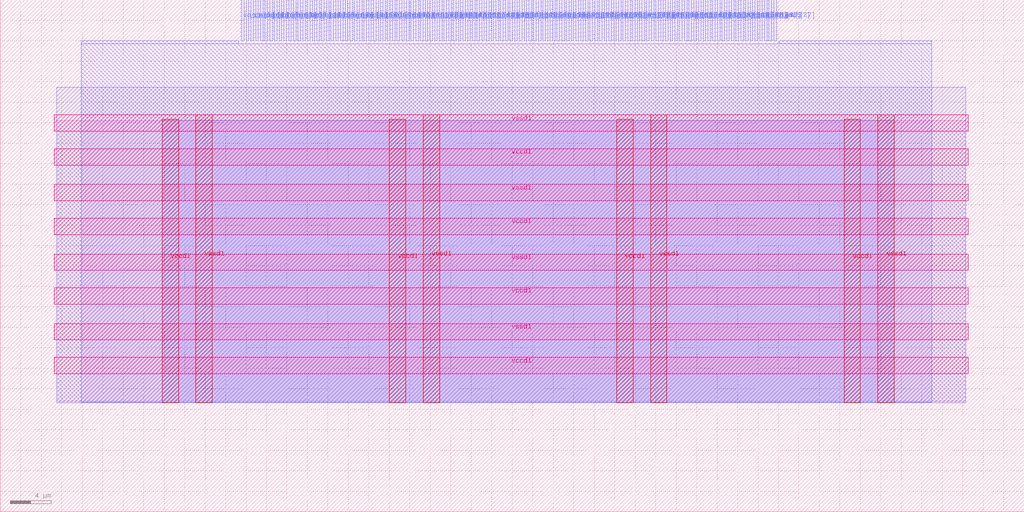
<source format=lef>
VERSION 5.7 ;
  NOWIREEXTENSIONATPIN ON ;
  DIVIDERCHAR "/" ;
  BUSBITCHARS "[]" ;
MACRO spi_wrapper
  CLASS BLOCK ;
  FOREIGN spi_wrapper ;
  ORIGIN 0.000 0.000 ;
  SIZE 100.000 BY 50.000 ;
  PIN io_in[0]
    DIRECTION INPUT ;
    USE SIGNAL ;
    PORT
      LAYER met2 ;
        RECT 23.550 46.000 23.830 50.000 ;
    END
  END io_in[0]
  PIN io_in[10]
    DIRECTION INPUT ;
    USE SIGNAL ;
    PORT
      LAYER met2 ;
        RECT 37.350 46.000 37.630 50.000 ;
    END
  END io_in[10]
  PIN io_in[11]
    DIRECTION INPUT ;
    USE SIGNAL ;
    PORT
      LAYER met2 ;
        RECT 38.730 46.000 39.010 50.000 ;
    END
  END io_in[11]
  PIN io_in[12]
    DIRECTION INPUT ;
    USE SIGNAL ;
    PORT
      LAYER met2 ;
        RECT 40.110 46.000 40.390 50.000 ;
    END
  END io_in[12]
  PIN io_in[13]
    DIRECTION INPUT ;
    USE SIGNAL ;
    PORT
      LAYER met2 ;
        RECT 41.490 46.000 41.770 50.000 ;
    END
  END io_in[13]
  PIN io_in[14]
    DIRECTION INPUT ;
    USE SIGNAL ;
    PORT
      LAYER met2 ;
        RECT 42.870 46.000 43.150 50.000 ;
    END
  END io_in[14]
  PIN io_in[15]
    DIRECTION INPUT ;
    USE SIGNAL ;
    PORT
      LAYER met2 ;
        RECT 44.250 46.000 44.530 50.000 ;
    END
  END io_in[15]
  PIN io_in[16]
    DIRECTION INPUT ;
    USE SIGNAL ;
    PORT
      LAYER met2 ;
        RECT 45.630 46.000 45.910 50.000 ;
    END
  END io_in[16]
  PIN io_in[17]
    DIRECTION INPUT ;
    USE SIGNAL ;
    PORT
      LAYER met2 ;
        RECT 47.010 46.000 47.290 50.000 ;
    END
  END io_in[17]
  PIN io_in[18]
    DIRECTION INPUT ;
    USE SIGNAL ;
    PORT
      LAYER met2 ;
        RECT 48.390 46.000 48.670 50.000 ;
    END
  END io_in[18]
  PIN io_in[19]
    DIRECTION INPUT ;
    USE SIGNAL ;
    PORT
      LAYER met2 ;
        RECT 49.770 46.000 50.050 50.000 ;
    END
  END io_in[19]
  PIN io_in[1]
    DIRECTION INPUT ;
    USE SIGNAL ;
    PORT
      LAYER met2 ;
        RECT 24.930 46.000 25.210 50.000 ;
    END
  END io_in[1]
  PIN io_in[20]
    DIRECTION INPUT ;
    USE SIGNAL ;
    PORT
      LAYER met2 ;
        RECT 51.150 46.000 51.430 50.000 ;
    END
  END io_in[20]
  PIN io_in[21]
    DIRECTION INPUT ;
    USE SIGNAL ;
    PORT
      LAYER met2 ;
        RECT 52.530 46.000 52.810 50.000 ;
    END
  END io_in[21]
  PIN io_in[22]
    DIRECTION INPUT ;
    USE SIGNAL ;
    PORT
      LAYER met2 ;
        RECT 53.910 46.000 54.190 50.000 ;
    END
  END io_in[22]
  PIN io_in[23]
    DIRECTION INPUT ;
    USE SIGNAL ;
    PORT
      LAYER met2 ;
        RECT 55.290 46.000 55.570 50.000 ;
    END
  END io_in[23]
  PIN io_in[24]
    DIRECTION INPUT ;
    USE SIGNAL ;
    PORT
      LAYER met2 ;
        RECT 56.670 46.000 56.950 50.000 ;
    END
  END io_in[24]
  PIN io_in[25]
    DIRECTION INPUT ;
    USE SIGNAL ;
    PORT
      LAYER met2 ;
        RECT 58.050 46.000 58.330 50.000 ;
    END
  END io_in[25]
  PIN io_in[26]
    DIRECTION INPUT ;
    USE SIGNAL ;
    PORT
      LAYER met2 ;
        RECT 59.430 46.000 59.710 50.000 ;
    END
  END io_in[26]
  PIN io_in[27]
    DIRECTION INPUT ;
    USE SIGNAL ;
    PORT
      LAYER met2 ;
        RECT 60.810 46.000 61.090 50.000 ;
    END
  END io_in[27]
  PIN io_in[28]
    DIRECTION INPUT ;
    USE SIGNAL ;
    PORT
      LAYER met2 ;
        RECT 62.190 46.000 62.470 50.000 ;
    END
  END io_in[28]
  PIN io_in[29]
    DIRECTION INPUT ;
    USE SIGNAL ;
    PORT
      LAYER met2 ;
        RECT 63.570 46.000 63.850 50.000 ;
    END
  END io_in[29]
  PIN io_in[2]
    DIRECTION INPUT ;
    USE SIGNAL ;
    PORT
      LAYER met2 ;
        RECT 26.310 46.000 26.590 50.000 ;
    END
  END io_in[2]
  PIN io_in[30]
    DIRECTION INPUT ;
    USE SIGNAL ;
    PORT
      LAYER met2 ;
        RECT 64.950 46.000 65.230 50.000 ;
    END
  END io_in[30]
  PIN io_in[31]
    DIRECTION INPUT ;
    USE SIGNAL ;
    PORT
      LAYER met2 ;
        RECT 66.330 46.000 66.610 50.000 ;
    END
  END io_in[31]
  PIN io_in[32]
    DIRECTION INPUT ;
    USE SIGNAL ;
    PORT
      LAYER met2 ;
        RECT 67.710 46.000 67.990 50.000 ;
    END
  END io_in[32]
  PIN io_in[33]
    DIRECTION INPUT ;
    USE SIGNAL ;
    PORT
      LAYER met2 ;
        RECT 69.090 46.000 69.370 50.000 ;
    END
  END io_in[33]
  PIN io_in[34]
    DIRECTION INPUT ;
    USE SIGNAL ;
    PORT
      LAYER met2 ;
        RECT 70.470 46.000 70.750 50.000 ;
    END
  END io_in[34]
  PIN io_in[35]
    DIRECTION INPUT ;
    USE SIGNAL ;
    PORT
      LAYER met2 ;
        RECT 71.850 46.000 72.130 50.000 ;
    END
  END io_in[35]
  PIN io_in[36]
    DIRECTION INPUT ;
    USE SIGNAL ;
    PORT
      LAYER met2 ;
        RECT 73.230 46.000 73.510 50.000 ;
    END
  END io_in[36]
  PIN io_in[37]
    DIRECTION INPUT ;
    USE SIGNAL ;
    PORT
      LAYER met2 ;
        RECT 74.610 46.000 74.890 50.000 ;
    END
  END io_in[37]
  PIN io_in[3]
    DIRECTION INPUT ;
    USE SIGNAL ;
    PORT
      LAYER met2 ;
        RECT 27.690 46.000 27.970 50.000 ;
    END
  END io_in[3]
  PIN io_in[4]
    DIRECTION INPUT ;
    USE SIGNAL ;
    PORT
      LAYER met2 ;
        RECT 29.070 46.000 29.350 50.000 ;
    END
  END io_in[4]
  PIN io_in[5]
    DIRECTION INPUT ;
    USE SIGNAL ;
    PORT
      LAYER met2 ;
        RECT 30.450 46.000 30.730 50.000 ;
    END
  END io_in[5]
  PIN io_in[6]
    DIRECTION INPUT ;
    USE SIGNAL ;
    PORT
      LAYER met2 ;
        RECT 31.830 46.000 32.110 50.000 ;
    END
  END io_in[6]
  PIN io_in[7]
    DIRECTION INPUT ;
    USE SIGNAL ;
    PORT
      LAYER met2 ;
        RECT 33.210 46.000 33.490 50.000 ;
    END
  END io_in[7]
  PIN io_in[8]
    DIRECTION INPUT ;
    USE SIGNAL ;
    PORT
      LAYER met2 ;
        RECT 34.590 46.000 34.870 50.000 ;
    END
  END io_in[8]
  PIN io_in[9]
    DIRECTION INPUT ;
    USE SIGNAL ;
    PORT
      LAYER met2 ;
        RECT 35.970 46.000 36.250 50.000 ;
    END
  END io_in[9]
  PIN io_oeb[0]
    DIRECTION OUTPUT TRISTATE ;
    USE SIGNAL ;
    PORT
      LAYER met2 ;
        RECT 24.010 46.000 24.290 50.000 ;
    END
  END io_oeb[0]
  PIN io_oeb[10]
    DIRECTION OUTPUT TRISTATE ;
    USE SIGNAL ;
    PORT
      LAYER met2 ;
        RECT 37.810 46.000 38.090 50.000 ;
    END
  END io_oeb[10]
  PIN io_oeb[11]
    DIRECTION OUTPUT TRISTATE ;
    USE SIGNAL ;
    PORT
      LAYER met2 ;
        RECT 39.190 46.000 39.470 50.000 ;
    END
  END io_oeb[11]
  PIN io_oeb[12]
    DIRECTION OUTPUT TRISTATE ;
    USE SIGNAL ;
    PORT
      LAYER met2 ;
        RECT 40.570 46.000 40.850 50.000 ;
    END
  END io_oeb[12]
  PIN io_oeb[13]
    DIRECTION OUTPUT TRISTATE ;
    USE SIGNAL ;
    PORT
      LAYER met2 ;
        RECT 41.950 46.000 42.230 50.000 ;
    END
  END io_oeb[13]
  PIN io_oeb[14]
    DIRECTION OUTPUT TRISTATE ;
    USE SIGNAL ;
    PORT
      LAYER met2 ;
        RECT 43.330 46.000 43.610 50.000 ;
    END
  END io_oeb[14]
  PIN io_oeb[15]
    DIRECTION OUTPUT TRISTATE ;
    USE SIGNAL ;
    PORT
      LAYER met2 ;
        RECT 44.710 46.000 44.990 50.000 ;
    END
  END io_oeb[15]
  PIN io_oeb[16]
    DIRECTION OUTPUT TRISTATE ;
    USE SIGNAL ;
    PORT
      LAYER met2 ;
        RECT 46.090 46.000 46.370 50.000 ;
    END
  END io_oeb[16]
  PIN io_oeb[17]
    DIRECTION OUTPUT TRISTATE ;
    USE SIGNAL ;
    PORT
      LAYER met2 ;
        RECT 47.470 46.000 47.750 50.000 ;
    END
  END io_oeb[17]
  PIN io_oeb[18]
    DIRECTION OUTPUT TRISTATE ;
    USE SIGNAL ;
    PORT
      LAYER met2 ;
        RECT 48.850 46.000 49.130 50.000 ;
    END
  END io_oeb[18]
  PIN io_oeb[19]
    DIRECTION OUTPUT TRISTATE ;
    USE SIGNAL ;
    PORT
      LAYER met2 ;
        RECT 50.230 46.000 50.510 50.000 ;
    END
  END io_oeb[19]
  PIN io_oeb[1]
    DIRECTION OUTPUT TRISTATE ;
    USE SIGNAL ;
    PORT
      LAYER met2 ;
        RECT 25.390 46.000 25.670 50.000 ;
    END
  END io_oeb[1]
  PIN io_oeb[20]
    DIRECTION OUTPUT TRISTATE ;
    USE SIGNAL ;
    PORT
      LAYER met2 ;
        RECT 51.610 46.000 51.890 50.000 ;
    END
  END io_oeb[20]
  PIN io_oeb[21]
    DIRECTION OUTPUT TRISTATE ;
    USE SIGNAL ;
    PORT
      LAYER met2 ;
        RECT 52.990 46.000 53.270 50.000 ;
    END
  END io_oeb[21]
  PIN io_oeb[22]
    DIRECTION OUTPUT TRISTATE ;
    USE SIGNAL ;
    PORT
      LAYER met2 ;
        RECT 54.370 46.000 54.650 50.000 ;
    END
  END io_oeb[22]
  PIN io_oeb[23]
    DIRECTION OUTPUT TRISTATE ;
    USE SIGNAL ;
    PORT
      LAYER met2 ;
        RECT 55.750 46.000 56.030 50.000 ;
    END
  END io_oeb[23]
  PIN io_oeb[24]
    DIRECTION OUTPUT TRISTATE ;
    USE SIGNAL ;
    PORT
      LAYER met2 ;
        RECT 57.130 46.000 57.410 50.000 ;
    END
  END io_oeb[24]
  PIN io_oeb[25]
    DIRECTION OUTPUT TRISTATE ;
    USE SIGNAL ;
    PORT
      LAYER met2 ;
        RECT 58.510 46.000 58.790 50.000 ;
    END
  END io_oeb[25]
  PIN io_oeb[26]
    DIRECTION OUTPUT TRISTATE ;
    USE SIGNAL ;
    PORT
      LAYER met2 ;
        RECT 59.890 46.000 60.170 50.000 ;
    END
  END io_oeb[26]
  PIN io_oeb[27]
    DIRECTION OUTPUT TRISTATE ;
    USE SIGNAL ;
    PORT
      LAYER met2 ;
        RECT 61.270 46.000 61.550 50.000 ;
    END
  END io_oeb[27]
  PIN io_oeb[28]
    DIRECTION OUTPUT TRISTATE ;
    USE SIGNAL ;
    PORT
      LAYER met2 ;
        RECT 62.650 46.000 62.930 50.000 ;
    END
  END io_oeb[28]
  PIN io_oeb[29]
    DIRECTION OUTPUT TRISTATE ;
    USE SIGNAL ;
    PORT
      LAYER met2 ;
        RECT 64.030 46.000 64.310 50.000 ;
    END
  END io_oeb[29]
  PIN io_oeb[2]
    DIRECTION OUTPUT TRISTATE ;
    USE SIGNAL ;
    PORT
      LAYER met2 ;
        RECT 26.770 46.000 27.050 50.000 ;
    END
  END io_oeb[2]
  PIN io_oeb[30]
    DIRECTION OUTPUT TRISTATE ;
    USE SIGNAL ;
    PORT
      LAYER met2 ;
        RECT 65.410 46.000 65.690 50.000 ;
    END
  END io_oeb[30]
  PIN io_oeb[31]
    DIRECTION OUTPUT TRISTATE ;
    USE SIGNAL ;
    PORT
      LAYER met2 ;
        RECT 66.790 46.000 67.070 50.000 ;
    END
  END io_oeb[31]
  PIN io_oeb[32]
    DIRECTION OUTPUT TRISTATE ;
    USE SIGNAL ;
    PORT
      LAYER met2 ;
        RECT 68.170 46.000 68.450 50.000 ;
    END
  END io_oeb[32]
  PIN io_oeb[33]
    DIRECTION OUTPUT TRISTATE ;
    USE SIGNAL ;
    PORT
      LAYER met2 ;
        RECT 69.550 46.000 69.830 50.000 ;
    END
  END io_oeb[33]
  PIN io_oeb[34]
    DIRECTION OUTPUT TRISTATE ;
    USE SIGNAL ;
    PORT
      LAYER met2 ;
        RECT 70.930 46.000 71.210 50.000 ;
    END
  END io_oeb[34]
  PIN io_oeb[35]
    DIRECTION OUTPUT TRISTATE ;
    USE SIGNAL ;
    PORT
      LAYER met2 ;
        RECT 72.310 46.000 72.590 50.000 ;
    END
  END io_oeb[35]
  PIN io_oeb[36]
    DIRECTION OUTPUT TRISTATE ;
    USE SIGNAL ;
    PORT
      LAYER met2 ;
        RECT 73.690 46.000 73.970 50.000 ;
    END
  END io_oeb[36]
  PIN io_oeb[37]
    DIRECTION OUTPUT TRISTATE ;
    USE SIGNAL ;
    PORT
      LAYER met2 ;
        RECT 75.070 46.000 75.350 50.000 ;
    END
  END io_oeb[37]
  PIN io_oeb[3]
    DIRECTION OUTPUT TRISTATE ;
    USE SIGNAL ;
    PORT
      LAYER met2 ;
        RECT 28.150 46.000 28.430 50.000 ;
    END
  END io_oeb[3]
  PIN io_oeb[4]
    DIRECTION OUTPUT TRISTATE ;
    USE SIGNAL ;
    PORT
      LAYER met2 ;
        RECT 29.530 46.000 29.810 50.000 ;
    END
  END io_oeb[4]
  PIN io_oeb[5]
    DIRECTION OUTPUT TRISTATE ;
    USE SIGNAL ;
    PORT
      LAYER met2 ;
        RECT 30.910 46.000 31.190 50.000 ;
    END
  END io_oeb[5]
  PIN io_oeb[6]
    DIRECTION OUTPUT TRISTATE ;
    USE SIGNAL ;
    PORT
      LAYER met2 ;
        RECT 32.290 46.000 32.570 50.000 ;
    END
  END io_oeb[6]
  PIN io_oeb[7]
    DIRECTION OUTPUT TRISTATE ;
    USE SIGNAL ;
    PORT
      LAYER met2 ;
        RECT 33.670 46.000 33.950 50.000 ;
    END
  END io_oeb[7]
  PIN io_oeb[8]
    DIRECTION OUTPUT TRISTATE ;
    USE SIGNAL ;
    PORT
      LAYER met2 ;
        RECT 35.050 46.000 35.330 50.000 ;
    END
  END io_oeb[8]
  PIN io_oeb[9]
    DIRECTION OUTPUT TRISTATE ;
    USE SIGNAL ;
    PORT
      LAYER met2 ;
        RECT 36.430 46.000 36.710 50.000 ;
    END
  END io_oeb[9]
  PIN io_out[0]
    DIRECTION OUTPUT TRISTATE ;
    USE SIGNAL ;
    PORT
      LAYER met2 ;
        RECT 24.470 46.000 24.750 50.000 ;
    END
  END io_out[0]
  PIN io_out[10]
    DIRECTION OUTPUT TRISTATE ;
    USE SIGNAL ;
    PORT
      LAYER met2 ;
        RECT 38.270 46.000 38.550 50.000 ;
    END
  END io_out[10]
  PIN io_out[11]
    DIRECTION OUTPUT TRISTATE ;
    USE SIGNAL ;
    PORT
      LAYER met2 ;
        RECT 39.650 46.000 39.930 50.000 ;
    END
  END io_out[11]
  PIN io_out[12]
    DIRECTION OUTPUT TRISTATE ;
    USE SIGNAL ;
    PORT
      LAYER met2 ;
        RECT 41.030 46.000 41.310 50.000 ;
    END
  END io_out[12]
  PIN io_out[13]
    DIRECTION OUTPUT TRISTATE ;
    USE SIGNAL ;
    PORT
      LAYER met2 ;
        RECT 42.410 46.000 42.690 50.000 ;
    END
  END io_out[13]
  PIN io_out[14]
    DIRECTION OUTPUT TRISTATE ;
    USE SIGNAL ;
    PORT
      LAYER met2 ;
        RECT 43.790 46.000 44.070 50.000 ;
    END
  END io_out[14]
  PIN io_out[15]
    DIRECTION OUTPUT TRISTATE ;
    USE SIGNAL ;
    PORT
      LAYER met2 ;
        RECT 45.170 46.000 45.450 50.000 ;
    END
  END io_out[15]
  PIN io_out[16]
    DIRECTION OUTPUT TRISTATE ;
    USE SIGNAL ;
    PORT
      LAYER met2 ;
        RECT 46.550 46.000 46.830 50.000 ;
    END
  END io_out[16]
  PIN io_out[17]
    DIRECTION OUTPUT TRISTATE ;
    USE SIGNAL ;
    PORT
      LAYER met2 ;
        RECT 47.930 46.000 48.210 50.000 ;
    END
  END io_out[17]
  PIN io_out[18]
    DIRECTION OUTPUT TRISTATE ;
    USE SIGNAL ;
    PORT
      LAYER met2 ;
        RECT 49.310 46.000 49.590 50.000 ;
    END
  END io_out[18]
  PIN io_out[19]
    DIRECTION OUTPUT TRISTATE ;
    USE SIGNAL ;
    PORT
      LAYER met2 ;
        RECT 50.690 46.000 50.970 50.000 ;
    END
  END io_out[19]
  PIN io_out[1]
    DIRECTION OUTPUT TRISTATE ;
    USE SIGNAL ;
    PORT
      LAYER met2 ;
        RECT 25.850 46.000 26.130 50.000 ;
    END
  END io_out[1]
  PIN io_out[20]
    DIRECTION OUTPUT TRISTATE ;
    USE SIGNAL ;
    PORT
      LAYER met2 ;
        RECT 52.070 46.000 52.350 50.000 ;
    END
  END io_out[20]
  PIN io_out[21]
    DIRECTION OUTPUT TRISTATE ;
    USE SIGNAL ;
    PORT
      LAYER met2 ;
        RECT 53.450 46.000 53.730 50.000 ;
    END
  END io_out[21]
  PIN io_out[22]
    DIRECTION OUTPUT TRISTATE ;
    USE SIGNAL ;
    PORT
      LAYER met2 ;
        RECT 54.830 46.000 55.110 50.000 ;
    END
  END io_out[22]
  PIN io_out[23]
    DIRECTION OUTPUT TRISTATE ;
    USE SIGNAL ;
    PORT
      LAYER met2 ;
        RECT 56.210 46.000 56.490 50.000 ;
    END
  END io_out[23]
  PIN io_out[24]
    DIRECTION OUTPUT TRISTATE ;
    USE SIGNAL ;
    PORT
      LAYER met2 ;
        RECT 57.590 46.000 57.870 50.000 ;
    END
  END io_out[24]
  PIN io_out[25]
    DIRECTION OUTPUT TRISTATE ;
    USE SIGNAL ;
    PORT
      LAYER met2 ;
        RECT 58.970 46.000 59.250 50.000 ;
    END
  END io_out[25]
  PIN io_out[26]
    DIRECTION OUTPUT TRISTATE ;
    USE SIGNAL ;
    PORT
      LAYER met2 ;
        RECT 60.350 46.000 60.630 50.000 ;
    END
  END io_out[26]
  PIN io_out[27]
    DIRECTION OUTPUT TRISTATE ;
    USE SIGNAL ;
    PORT
      LAYER met2 ;
        RECT 61.730 46.000 62.010 50.000 ;
    END
  END io_out[27]
  PIN io_out[28]
    DIRECTION OUTPUT TRISTATE ;
    USE SIGNAL ;
    PORT
      LAYER met2 ;
        RECT 63.110 46.000 63.390 50.000 ;
    END
  END io_out[28]
  PIN io_out[29]
    DIRECTION OUTPUT TRISTATE ;
    USE SIGNAL ;
    PORT
      LAYER met2 ;
        RECT 64.490 46.000 64.770 50.000 ;
    END
  END io_out[29]
  PIN io_out[2]
    DIRECTION OUTPUT TRISTATE ;
    USE SIGNAL ;
    PORT
      LAYER met2 ;
        RECT 27.230 46.000 27.510 50.000 ;
    END
  END io_out[2]
  PIN io_out[30]
    DIRECTION OUTPUT TRISTATE ;
    USE SIGNAL ;
    PORT
      LAYER met2 ;
        RECT 65.870 46.000 66.150 50.000 ;
    END
  END io_out[30]
  PIN io_out[31]
    DIRECTION OUTPUT TRISTATE ;
    USE SIGNAL ;
    PORT
      LAYER met2 ;
        RECT 67.250 46.000 67.530 50.000 ;
    END
  END io_out[31]
  PIN io_out[32]
    DIRECTION OUTPUT TRISTATE ;
    USE SIGNAL ;
    PORT
      LAYER met2 ;
        RECT 68.630 46.000 68.910 50.000 ;
    END
  END io_out[32]
  PIN io_out[33]
    DIRECTION OUTPUT TRISTATE ;
    USE SIGNAL ;
    PORT
      LAYER met2 ;
        RECT 70.010 46.000 70.290 50.000 ;
    END
  END io_out[33]
  PIN io_out[34]
    DIRECTION OUTPUT TRISTATE ;
    USE SIGNAL ;
    PORT
      LAYER met2 ;
        RECT 71.390 46.000 71.670 50.000 ;
    END
  END io_out[34]
  PIN io_out[35]
    DIRECTION OUTPUT TRISTATE ;
    USE SIGNAL ;
    PORT
      LAYER met2 ;
        RECT 72.770 46.000 73.050 50.000 ;
    END
  END io_out[35]
  PIN io_out[36]
    DIRECTION OUTPUT TRISTATE ;
    USE SIGNAL ;
    PORT
      LAYER met2 ;
        RECT 74.150 46.000 74.430 50.000 ;
    END
  END io_out[36]
  PIN io_out[37]
    DIRECTION OUTPUT TRISTATE ;
    USE SIGNAL ;
    PORT
      LAYER met2 ;
        RECT 75.530 46.000 75.810 50.000 ;
    END
  END io_out[37]
  PIN io_out[3]
    DIRECTION OUTPUT TRISTATE ;
    USE SIGNAL ;
    PORT
      LAYER met2 ;
        RECT 28.610 46.000 28.890 50.000 ;
    END
  END io_out[3]
  PIN io_out[4]
    DIRECTION OUTPUT TRISTATE ;
    USE SIGNAL ;
    PORT
      LAYER met2 ;
        RECT 29.990 46.000 30.270 50.000 ;
    END
  END io_out[4]
  PIN io_out[5]
    DIRECTION OUTPUT TRISTATE ;
    USE SIGNAL ;
    PORT
      LAYER met2 ;
        RECT 31.370 46.000 31.650 50.000 ;
    END
  END io_out[5]
  PIN io_out[6]
    DIRECTION OUTPUT TRISTATE ;
    USE SIGNAL ;
    PORT
      LAYER met2 ;
        RECT 32.750 46.000 33.030 50.000 ;
    END
  END io_out[6]
  PIN io_out[7]
    DIRECTION OUTPUT TRISTATE ;
    USE SIGNAL ;
    PORT
      LAYER met2 ;
        RECT 34.130 46.000 34.410 50.000 ;
    END
  END io_out[7]
  PIN io_out[8]
    DIRECTION OUTPUT TRISTATE ;
    USE SIGNAL ;
    PORT
      LAYER met2 ;
        RECT 35.510 46.000 35.790 50.000 ;
    END
  END io_out[8]
  PIN io_out[9]
    DIRECTION OUTPUT TRISTATE ;
    USE SIGNAL ;
    PORT
      LAYER met2 ;
        RECT 36.890 46.000 37.170 50.000 ;
    END
  END io_out[9]
  PIN vccd1
    DIRECTION INOUT ;
    USE POWER ;
    PORT
      LAYER met4 ;
        RECT 15.815 10.640 17.415 38.320 ;
    END
    PORT
      LAYER met4 ;
        RECT 38.010 10.640 39.610 38.320 ;
    END
    PORT
      LAYER met4 ;
        RECT 60.205 10.640 61.805 38.320 ;
    END
    PORT
      LAYER met4 ;
        RECT 82.400 10.640 84.000 38.320 ;
    END
    PORT
      LAYER met5 ;
        RECT 5.280 13.475 94.540 15.075 ;
    END
    PORT
      LAYER met5 ;
        RECT 5.280 20.270 94.540 21.870 ;
    END
    PORT
      LAYER met5 ;
        RECT 5.280 27.065 94.540 28.665 ;
    END
    PORT
      LAYER met5 ;
        RECT 5.280 33.860 94.540 35.460 ;
    END
  END vccd1
  PIN vssd1
    DIRECTION INOUT ;
    USE GROUND ;
    PORT
      LAYER met4 ;
        RECT 19.115 10.640 20.715 38.760 ;
    END
    PORT
      LAYER met4 ;
        RECT 41.310 10.640 42.910 38.760 ;
    END
    PORT
      LAYER met4 ;
        RECT 63.505 10.640 65.105 38.760 ;
    END
    PORT
      LAYER met4 ;
        RECT 85.700 10.640 87.300 38.760 ;
    END
    PORT
      LAYER met5 ;
        RECT 5.280 16.775 94.540 18.375 ;
    END
    PORT
      LAYER met5 ;
        RECT 5.280 23.570 94.540 25.170 ;
    END
    PORT
      LAYER met5 ;
        RECT 5.280 30.365 94.540 31.965 ;
    END
    PORT
      LAYER met5 ;
        RECT 5.280 37.160 94.540 38.760 ;
    END
  END vssd1
  OBS
      LAYER li1 ;
        RECT 5.520 10.795 94.300 38.165 ;
      LAYER met1 ;
        RECT 5.520 10.640 94.300 41.440 ;
      LAYER met2 ;
        RECT 7.920 45.720 23.270 46.000 ;
        RECT 76.090 45.720 90.980 46.000 ;
        RECT 7.920 10.695 90.980 45.720 ;
      LAYER met3 ;
        RECT 15.825 10.715 87.290 38.245 ;
  END
END spi_wrapper
END LIBRARY


</source>
